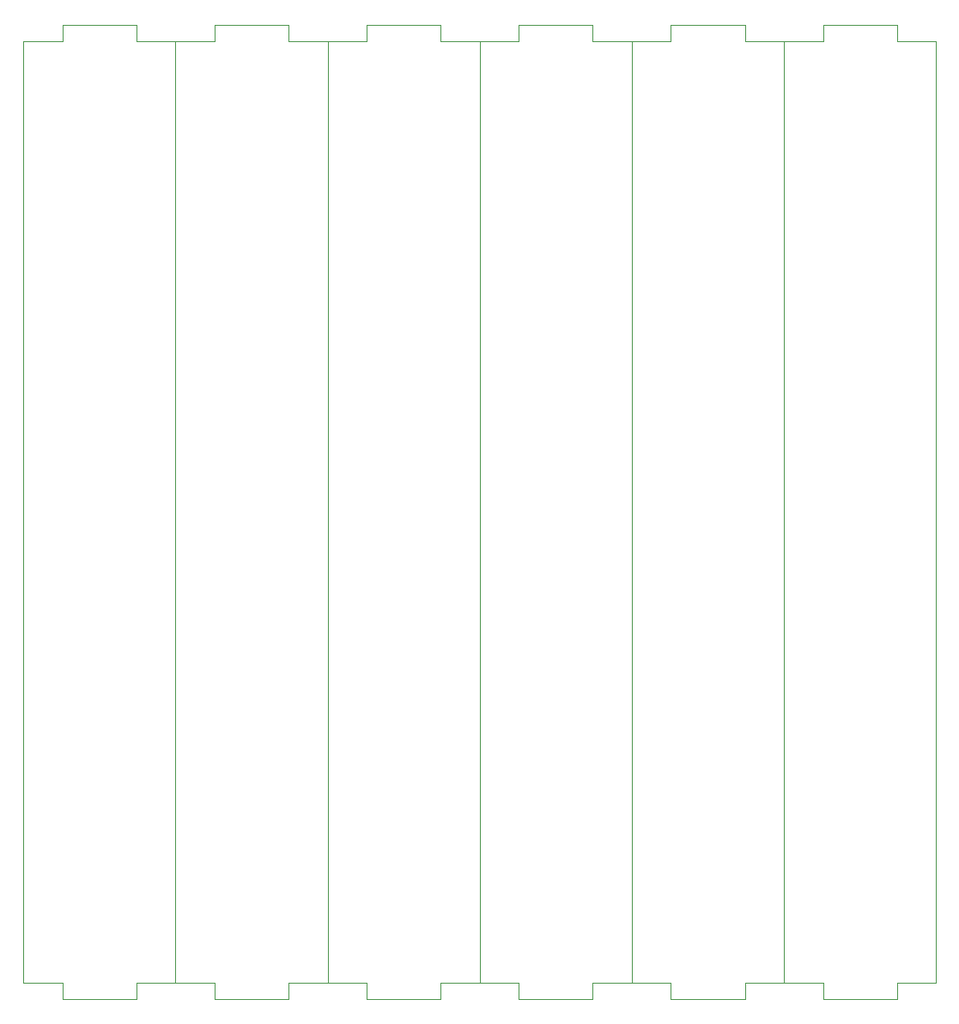
<source format=gm1>
G04*
G04 #@! TF.GenerationSoftware,Altium Limited,Altium Designer,21.7.2 (23)*
G04*
G04 Layer_Color=16711935*
%FSLAX44Y44*%
%MOMM*%
G71*
G04*
G04 #@! TF.SameCoordinates,66631136-E9CF-4FC3-9E23-6EAF0B98F55D*
G04*
G04*
G04 #@! TF.FilePolarity,Positive*
G04*
G01*
G75*
%ADD33C,0.1000*%
D33*
X0Y16000D02*
Y944000D01*
Y16000D02*
X38500D01*
X0Y944000D02*
X38500D01*
Y0D02*
X111500D01*
X150000Y16000D02*
Y944000D01*
X111500Y16000D02*
X150000D01*
X111500Y0D02*
Y16000D01*
X38500Y0D02*
Y16000D01*
Y944000D02*
Y960000D01*
X111500D01*
Y944000D02*
Y960000D01*
Y944000D02*
X150000D01*
Y16000D02*
Y944000D01*
Y16000D02*
X188500D01*
X150000Y944000D02*
X188500D01*
Y0D02*
X261500D01*
X300000Y16000D02*
Y944000D01*
X261500Y16000D02*
X300000D01*
X261500Y0D02*
Y16000D01*
X188500Y0D02*
Y16000D01*
Y944000D02*
Y960000D01*
X261500D01*
Y944000D02*
Y960000D01*
Y944000D02*
X300000D01*
Y16000D02*
Y944000D01*
Y16000D02*
X338500D01*
X300000Y944000D02*
X338500D01*
Y0D02*
X411500D01*
X450000Y16000D02*
Y944000D01*
X411500Y16000D02*
X450000D01*
X411500Y0D02*
Y16000D01*
X338500Y0D02*
Y16000D01*
Y944000D02*
Y960000D01*
X411500D01*
Y944000D02*
Y960000D01*
Y944000D02*
X450000D01*
Y16000D02*
Y944000D01*
Y16000D02*
X488500D01*
X450000Y944000D02*
X488500D01*
Y0D02*
X561500D01*
X600000Y16000D02*
Y944000D01*
X561500Y16000D02*
X600000D01*
X561500Y0D02*
Y16000D01*
X488500Y0D02*
Y16000D01*
Y944000D02*
Y960000D01*
X561500D01*
Y944000D02*
Y960000D01*
Y944000D02*
X600000D01*
Y16000D02*
Y944000D01*
Y16000D02*
X638500D01*
X600000Y944000D02*
X638500D01*
Y0D02*
X711500D01*
X750000Y16000D02*
Y944000D01*
X711500Y16000D02*
X750000D01*
X711500Y0D02*
Y16000D01*
X638500Y0D02*
Y16000D01*
Y944000D02*
Y960000D01*
X711500D01*
Y944000D02*
Y960000D01*
Y944000D02*
X750000D01*
Y16000D02*
Y944000D01*
Y16000D02*
X788500D01*
X750000Y944000D02*
X788500D01*
Y0D02*
X861500D01*
X900000Y16000D02*
Y944000D01*
X861500Y16000D02*
X900000D01*
X861500Y0D02*
Y16000D01*
X788500Y0D02*
Y16000D01*
Y944000D02*
Y960000D01*
X861500D01*
Y944000D02*
Y960000D01*
Y944000D02*
X900000D01*
M02*

</source>
